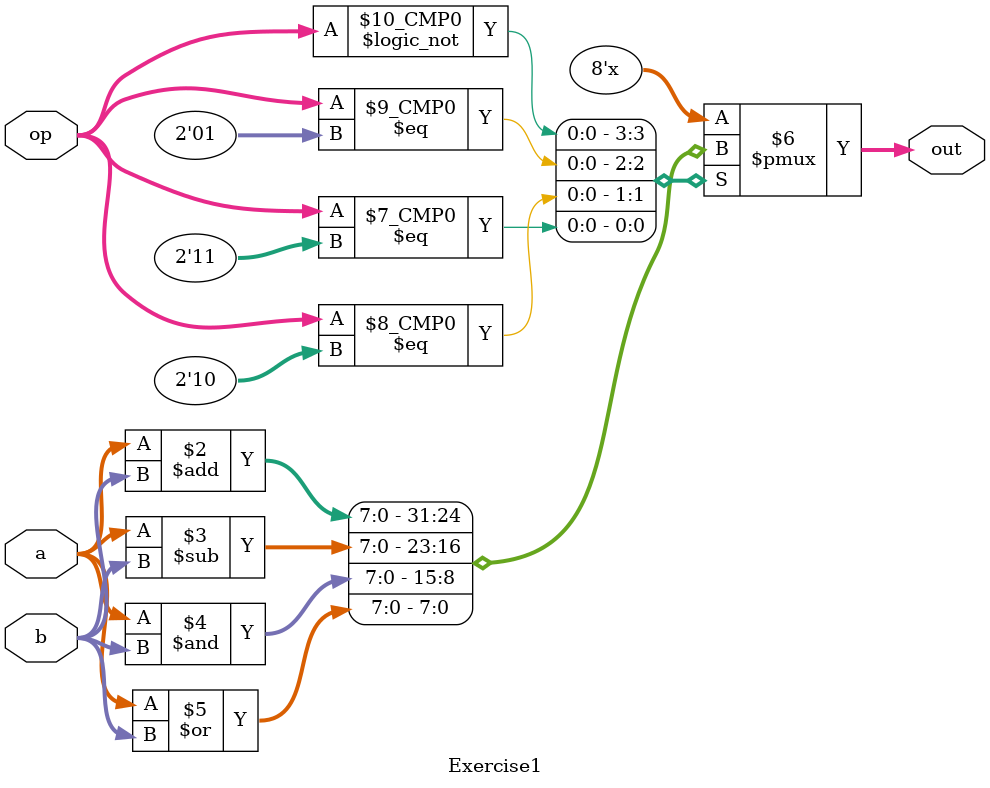
<source format=sv>
/**
  @brief A simple ALU-like module

  @input op   opcode for the operation to perform
  @input a    input to calculation
  @input b    input to calulation
  @output out result of calculation
*/
module Exercise1 (
    input  [1:0] op,
    input  [7:0] a,
    input  [7:0] b,
    output reg [7:0] out
);

always @(*) begin
    case (op)
        2'b00: out = a + b;   // Addition    (op code - 0)
        2'b01: out = a - b;   // Subtraction (op code - 1)
        2'b10: out = a & b;   // Bitwise AND (op code - 2)
        2'b11: out = a | b;   // Bitwise OR  (op code - 3)
        default: out = 8'b0;  // Default case to avoid latches
    endcase
end

endmodule

</source>
